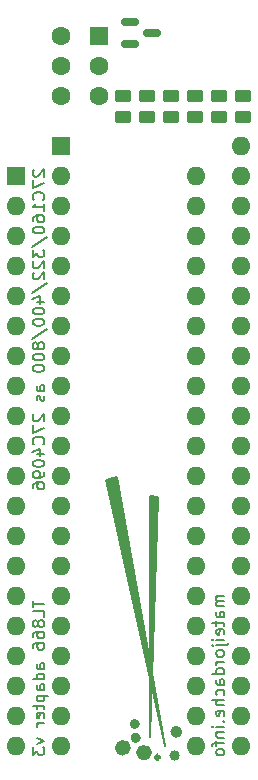
<source format=gbr>
%TF.GenerationSoftware,KiCad,Pcbnew,(6.0.6-1)-1*%
%TF.CreationDate,2022-07-19T12:23:47-04:00*%
%TF.ProjectId,tl866_27c322_adapter,746c3836-365f-4323-9763-3332325f6164,rev?*%
%TF.SameCoordinates,Original*%
%TF.FileFunction,Soldermask,Bot*%
%TF.FilePolarity,Negative*%
%FSLAX46Y46*%
G04 Gerber Fmt 4.6, Leading zero omitted, Abs format (unit mm)*
G04 Created by KiCad (PCBNEW (6.0.6-1)-1) date 2022-07-19 12:23:47*
%MOMM*%
%LPD*%
G01*
G04 APERTURE LIST*
G04 Aperture macros list*
%AMRoundRect*
0 Rectangle with rounded corners*
0 $1 Rounding radius*
0 $2 $3 $4 $5 $6 $7 $8 $9 X,Y pos of 4 corners*
0 Add a 4 corners polygon primitive as box body*
4,1,4,$2,$3,$4,$5,$6,$7,$8,$9,$2,$3,0*
0 Add four circle primitives for the rounded corners*
1,1,$1+$1,$2,$3*
1,1,$1+$1,$4,$5*
1,1,$1+$1,$6,$7*
1,1,$1+$1,$8,$9*
0 Add four rect primitives between the rounded corners*
20,1,$1+$1,$2,$3,$4,$5,0*
20,1,$1+$1,$4,$5,$6,$7,0*
20,1,$1+$1,$6,$7,$8,$9,0*
20,1,$1+$1,$8,$9,$2,$3,0*%
G04 Aperture macros list end*
%ADD10C,0.200000*%
%ADD11C,0.507546*%
%ADD12C,0.349743*%
%ADD13C,0.667969*%
%ADD14C,0.456000*%
%ADD15C,0.678751*%
%ADD16C,0.427868*%
%ADD17C,0.456846*%
%ADD18R,1.600000X1.600000*%
%ADD19C,1.600000*%
%ADD20O,1.600000X1.600000*%
%ADD21RoundRect,0.250000X0.450000X-0.262500X0.450000X0.262500X-0.450000X0.262500X-0.450000X-0.262500X0*%
%ADD22RoundRect,0.250000X-0.450000X0.262500X-0.450000X-0.262500X0.450000X-0.262500X0.450000X0.262500X0*%
%ADD23RoundRect,0.150000X-0.587500X-0.150000X0.587500X-0.150000X0.587500X0.150000X-0.587500X0.150000X0*%
G04 APERTURE END LIST*
D10*
X130103619Y-66157276D02*
X130056000Y-66204895D01*
X130008380Y-66300133D01*
X130008380Y-66538228D01*
X130056000Y-66633466D01*
X130103619Y-66681085D01*
X130198857Y-66728704D01*
X130294095Y-66728704D01*
X130436952Y-66681085D01*
X131008380Y-66109657D01*
X131008380Y-66728704D01*
X130008380Y-67062038D02*
X130008380Y-67728704D01*
X131008380Y-67300133D01*
X130913142Y-68681085D02*
X130960761Y-68633466D01*
X131008380Y-68490609D01*
X131008380Y-68395371D01*
X130960761Y-68252514D01*
X130865523Y-68157276D01*
X130770285Y-68109657D01*
X130579809Y-68062038D01*
X130436952Y-68062038D01*
X130246476Y-68109657D01*
X130151238Y-68157276D01*
X130056000Y-68252514D01*
X130008380Y-68395371D01*
X130008380Y-68490609D01*
X130056000Y-68633466D01*
X130103619Y-68681085D01*
X131008380Y-69633466D02*
X131008380Y-69062038D01*
X131008380Y-69347752D02*
X130008380Y-69347752D01*
X130151238Y-69252514D01*
X130246476Y-69157276D01*
X130294095Y-69062038D01*
X130008380Y-70490609D02*
X130008380Y-70300133D01*
X130056000Y-70204895D01*
X130103619Y-70157276D01*
X130246476Y-70062038D01*
X130436952Y-70014419D01*
X130817904Y-70014419D01*
X130913142Y-70062038D01*
X130960761Y-70109657D01*
X131008380Y-70204895D01*
X131008380Y-70395371D01*
X130960761Y-70490609D01*
X130913142Y-70538228D01*
X130817904Y-70585847D01*
X130579809Y-70585847D01*
X130484571Y-70538228D01*
X130436952Y-70490609D01*
X130389333Y-70395371D01*
X130389333Y-70204895D01*
X130436952Y-70109657D01*
X130484571Y-70062038D01*
X130579809Y-70014419D01*
X130008380Y-71204895D02*
X130008380Y-71300133D01*
X130056000Y-71395371D01*
X130103619Y-71442990D01*
X130198857Y-71490609D01*
X130389333Y-71538228D01*
X130627428Y-71538228D01*
X130817904Y-71490609D01*
X130913142Y-71442990D01*
X130960761Y-71395371D01*
X131008380Y-71300133D01*
X131008380Y-71204895D01*
X130960761Y-71109657D01*
X130913142Y-71062038D01*
X130817904Y-71014419D01*
X130627428Y-70966800D01*
X130389333Y-70966800D01*
X130198857Y-71014419D01*
X130103619Y-71062038D01*
X130056000Y-71109657D01*
X130008380Y-71204895D01*
X129960761Y-72681085D02*
X131246476Y-71823942D01*
X130008380Y-72919180D02*
X130008380Y-73538228D01*
X130389333Y-73204895D01*
X130389333Y-73347752D01*
X130436952Y-73442990D01*
X130484571Y-73490609D01*
X130579809Y-73538228D01*
X130817904Y-73538228D01*
X130913142Y-73490609D01*
X130960761Y-73442990D01*
X131008380Y-73347752D01*
X131008380Y-73062038D01*
X130960761Y-72966800D01*
X130913142Y-72919180D01*
X130103619Y-73919180D02*
X130056000Y-73966800D01*
X130008380Y-74062038D01*
X130008380Y-74300133D01*
X130056000Y-74395371D01*
X130103619Y-74442990D01*
X130198857Y-74490609D01*
X130294095Y-74490609D01*
X130436952Y-74442990D01*
X131008380Y-73871561D01*
X131008380Y-74490609D01*
X130103619Y-74871561D02*
X130056000Y-74919180D01*
X130008380Y-75014419D01*
X130008380Y-75252514D01*
X130056000Y-75347752D01*
X130103619Y-75395371D01*
X130198857Y-75442990D01*
X130294095Y-75442990D01*
X130436952Y-75395371D01*
X131008380Y-74823942D01*
X131008380Y-75442990D01*
X129960761Y-76585847D02*
X131246476Y-75728704D01*
X130341714Y-77347752D02*
X131008380Y-77347752D01*
X129960761Y-77109657D02*
X130675047Y-76871561D01*
X130675047Y-77490609D01*
X130008380Y-78062038D02*
X130008380Y-78157276D01*
X130056000Y-78252514D01*
X130103619Y-78300133D01*
X130198857Y-78347752D01*
X130389333Y-78395371D01*
X130627428Y-78395371D01*
X130817904Y-78347752D01*
X130913142Y-78300133D01*
X130960761Y-78252514D01*
X131008380Y-78157276D01*
X131008380Y-78062038D01*
X130960761Y-77966800D01*
X130913142Y-77919180D01*
X130817904Y-77871561D01*
X130627428Y-77823942D01*
X130389333Y-77823942D01*
X130198857Y-77871561D01*
X130103619Y-77919180D01*
X130056000Y-77966800D01*
X130008380Y-78062038D01*
X130008380Y-79014419D02*
X130008380Y-79109657D01*
X130056000Y-79204895D01*
X130103619Y-79252514D01*
X130198857Y-79300133D01*
X130389333Y-79347752D01*
X130627428Y-79347752D01*
X130817904Y-79300133D01*
X130913142Y-79252514D01*
X130960761Y-79204895D01*
X131008380Y-79109657D01*
X131008380Y-79014419D01*
X130960761Y-78919180D01*
X130913142Y-78871561D01*
X130817904Y-78823942D01*
X130627428Y-78776323D01*
X130389333Y-78776323D01*
X130198857Y-78823942D01*
X130103619Y-78871561D01*
X130056000Y-78919180D01*
X130008380Y-79014419D01*
X129960761Y-80490609D02*
X131246476Y-79633466D01*
X130436952Y-80966800D02*
X130389333Y-80871561D01*
X130341714Y-80823942D01*
X130246476Y-80776323D01*
X130198857Y-80776323D01*
X130103619Y-80823942D01*
X130056000Y-80871561D01*
X130008380Y-80966800D01*
X130008380Y-81157276D01*
X130056000Y-81252514D01*
X130103619Y-81300133D01*
X130198857Y-81347752D01*
X130246476Y-81347752D01*
X130341714Y-81300133D01*
X130389333Y-81252514D01*
X130436952Y-81157276D01*
X130436952Y-80966800D01*
X130484571Y-80871561D01*
X130532190Y-80823942D01*
X130627428Y-80776323D01*
X130817904Y-80776323D01*
X130913142Y-80823942D01*
X130960761Y-80871561D01*
X131008380Y-80966800D01*
X131008380Y-81157276D01*
X130960761Y-81252514D01*
X130913142Y-81300133D01*
X130817904Y-81347752D01*
X130627428Y-81347752D01*
X130532190Y-81300133D01*
X130484571Y-81252514D01*
X130436952Y-81157276D01*
X130008380Y-81966800D02*
X130008380Y-82062038D01*
X130056000Y-82157276D01*
X130103619Y-82204895D01*
X130198857Y-82252514D01*
X130389333Y-82300133D01*
X130627428Y-82300133D01*
X130817904Y-82252514D01*
X130913142Y-82204895D01*
X130960761Y-82157276D01*
X131008380Y-82062038D01*
X131008380Y-81966800D01*
X130960761Y-81871561D01*
X130913142Y-81823942D01*
X130817904Y-81776323D01*
X130627428Y-81728704D01*
X130389333Y-81728704D01*
X130198857Y-81776323D01*
X130103619Y-81823942D01*
X130056000Y-81871561D01*
X130008380Y-81966800D01*
X130008380Y-82919180D02*
X130008380Y-83014419D01*
X130056000Y-83109657D01*
X130103619Y-83157276D01*
X130198857Y-83204895D01*
X130389333Y-83252514D01*
X130627428Y-83252514D01*
X130817904Y-83204895D01*
X130913142Y-83157276D01*
X130960761Y-83109657D01*
X131008380Y-83014419D01*
X131008380Y-82919180D01*
X130960761Y-82823942D01*
X130913142Y-82776323D01*
X130817904Y-82728704D01*
X130627428Y-82681085D01*
X130389333Y-82681085D01*
X130198857Y-82728704D01*
X130103619Y-82776323D01*
X130056000Y-82823942D01*
X130008380Y-82919180D01*
X131008380Y-84871561D02*
X130484571Y-84871561D01*
X130389333Y-84823942D01*
X130341714Y-84728704D01*
X130341714Y-84538228D01*
X130389333Y-84442990D01*
X130960761Y-84871561D02*
X131008380Y-84776323D01*
X131008380Y-84538228D01*
X130960761Y-84442990D01*
X130865523Y-84395371D01*
X130770285Y-84395371D01*
X130675047Y-84442990D01*
X130627428Y-84538228D01*
X130627428Y-84776323D01*
X130579809Y-84871561D01*
X130960761Y-85300133D02*
X131008380Y-85395371D01*
X131008380Y-85585847D01*
X130960761Y-85681085D01*
X130865523Y-85728704D01*
X130817904Y-85728704D01*
X130722666Y-85681085D01*
X130675047Y-85585847D01*
X130675047Y-85442990D01*
X130627428Y-85347752D01*
X130532190Y-85300133D01*
X130484571Y-85300133D01*
X130389333Y-85347752D01*
X130341714Y-85442990D01*
X130341714Y-85585847D01*
X130389333Y-85681085D01*
X130103619Y-86871561D02*
X130056000Y-86919180D01*
X130008380Y-87014419D01*
X130008380Y-87252514D01*
X130056000Y-87347752D01*
X130103619Y-87395371D01*
X130198857Y-87442990D01*
X130294095Y-87442990D01*
X130436952Y-87395371D01*
X131008380Y-86823942D01*
X131008380Y-87442990D01*
X130008380Y-87776323D02*
X130008380Y-88442990D01*
X131008380Y-88014419D01*
X130913142Y-89395371D02*
X130960761Y-89347752D01*
X131008380Y-89204895D01*
X131008380Y-89109657D01*
X130960761Y-88966800D01*
X130865523Y-88871561D01*
X130770285Y-88823942D01*
X130579809Y-88776323D01*
X130436952Y-88776323D01*
X130246476Y-88823942D01*
X130151238Y-88871561D01*
X130056000Y-88966800D01*
X130008380Y-89109657D01*
X130008380Y-89204895D01*
X130056000Y-89347752D01*
X130103619Y-89395371D01*
X130341714Y-90252514D02*
X131008380Y-90252514D01*
X129960761Y-90014419D02*
X130675047Y-89776323D01*
X130675047Y-90395371D01*
X130008380Y-90966800D02*
X130008380Y-91062038D01*
X130056000Y-91157276D01*
X130103619Y-91204895D01*
X130198857Y-91252514D01*
X130389333Y-91300133D01*
X130627428Y-91300133D01*
X130817904Y-91252514D01*
X130913142Y-91204895D01*
X130960761Y-91157276D01*
X131008380Y-91062038D01*
X131008380Y-90966800D01*
X130960761Y-90871561D01*
X130913142Y-90823942D01*
X130817904Y-90776323D01*
X130627428Y-90728704D01*
X130389333Y-90728704D01*
X130198857Y-90776323D01*
X130103619Y-90823942D01*
X130056000Y-90871561D01*
X130008380Y-90966800D01*
X131008380Y-91776323D02*
X131008380Y-91966800D01*
X130960761Y-92062038D01*
X130913142Y-92109657D01*
X130770285Y-92204895D01*
X130579809Y-92252514D01*
X130198857Y-92252514D01*
X130103619Y-92204895D01*
X130056000Y-92157276D01*
X130008380Y-92062038D01*
X130008380Y-91871561D01*
X130056000Y-91776323D01*
X130103619Y-91728704D01*
X130198857Y-91681085D01*
X130436952Y-91681085D01*
X130532190Y-91728704D01*
X130579809Y-91776323D01*
X130627428Y-91871561D01*
X130627428Y-92062038D01*
X130579809Y-92157276D01*
X130532190Y-92204895D01*
X130436952Y-92252514D01*
X130008380Y-93109657D02*
X130008380Y-92919180D01*
X130056000Y-92823942D01*
X130103619Y-92776323D01*
X130246476Y-92681085D01*
X130436952Y-92633466D01*
X130817904Y-92633466D01*
X130913142Y-92681085D01*
X130960761Y-92728704D01*
X131008380Y-92823942D01*
X131008380Y-93014419D01*
X130960761Y-93109657D01*
X130913142Y-93157276D01*
X130817904Y-93204895D01*
X130579809Y-93204895D01*
X130484571Y-93157276D01*
X130436952Y-93109657D01*
X130389333Y-93014419D01*
X130389333Y-92823942D01*
X130436952Y-92728704D01*
X130484571Y-92681085D01*
X130579809Y-92633466D01*
X130008380Y-102633466D02*
X130008380Y-103204895D01*
X131008380Y-102919180D02*
X130008380Y-102919180D01*
X131008380Y-104014419D02*
X131008380Y-103538228D01*
X130008380Y-103538228D01*
X130436952Y-104490609D02*
X130389333Y-104395371D01*
X130341714Y-104347752D01*
X130246476Y-104300133D01*
X130198857Y-104300133D01*
X130103619Y-104347752D01*
X130056000Y-104395371D01*
X130008380Y-104490609D01*
X130008380Y-104681085D01*
X130056000Y-104776323D01*
X130103619Y-104823942D01*
X130198857Y-104871561D01*
X130246476Y-104871561D01*
X130341714Y-104823942D01*
X130389333Y-104776323D01*
X130436952Y-104681085D01*
X130436952Y-104490609D01*
X130484571Y-104395371D01*
X130532190Y-104347752D01*
X130627428Y-104300133D01*
X130817904Y-104300133D01*
X130913142Y-104347752D01*
X130960761Y-104395371D01*
X131008380Y-104490609D01*
X131008380Y-104681085D01*
X130960761Y-104776323D01*
X130913142Y-104823942D01*
X130817904Y-104871561D01*
X130627428Y-104871561D01*
X130532190Y-104823942D01*
X130484571Y-104776323D01*
X130436952Y-104681085D01*
X130008380Y-105728704D02*
X130008380Y-105538228D01*
X130056000Y-105442990D01*
X130103619Y-105395371D01*
X130246476Y-105300133D01*
X130436952Y-105252514D01*
X130817904Y-105252514D01*
X130913142Y-105300133D01*
X130960761Y-105347752D01*
X131008380Y-105442990D01*
X131008380Y-105633466D01*
X130960761Y-105728704D01*
X130913142Y-105776323D01*
X130817904Y-105823942D01*
X130579809Y-105823942D01*
X130484571Y-105776323D01*
X130436952Y-105728704D01*
X130389333Y-105633466D01*
X130389333Y-105442990D01*
X130436952Y-105347752D01*
X130484571Y-105300133D01*
X130579809Y-105252514D01*
X130008380Y-106681085D02*
X130008380Y-106490609D01*
X130056000Y-106395371D01*
X130103619Y-106347752D01*
X130246476Y-106252514D01*
X130436952Y-106204895D01*
X130817904Y-106204895D01*
X130913142Y-106252514D01*
X130960761Y-106300133D01*
X131008380Y-106395371D01*
X131008380Y-106585847D01*
X130960761Y-106681085D01*
X130913142Y-106728704D01*
X130817904Y-106776323D01*
X130579809Y-106776323D01*
X130484571Y-106728704D01*
X130436952Y-106681085D01*
X130389333Y-106585847D01*
X130389333Y-106395371D01*
X130436952Y-106300133D01*
X130484571Y-106252514D01*
X130579809Y-106204895D01*
X131008380Y-108395371D02*
X130484571Y-108395371D01*
X130389333Y-108347752D01*
X130341714Y-108252514D01*
X130341714Y-108062038D01*
X130389333Y-107966800D01*
X130960761Y-108395371D02*
X131008380Y-108300133D01*
X131008380Y-108062038D01*
X130960761Y-107966800D01*
X130865523Y-107919180D01*
X130770285Y-107919180D01*
X130675047Y-107966800D01*
X130627428Y-108062038D01*
X130627428Y-108300133D01*
X130579809Y-108395371D01*
X131008380Y-109300133D02*
X130008380Y-109300133D01*
X130960761Y-109300133D02*
X131008380Y-109204895D01*
X131008380Y-109014419D01*
X130960761Y-108919180D01*
X130913142Y-108871561D01*
X130817904Y-108823942D01*
X130532190Y-108823942D01*
X130436952Y-108871561D01*
X130389333Y-108919180D01*
X130341714Y-109014419D01*
X130341714Y-109204895D01*
X130389333Y-109300133D01*
X131008380Y-110204895D02*
X130484571Y-110204895D01*
X130389333Y-110157276D01*
X130341714Y-110062038D01*
X130341714Y-109871561D01*
X130389333Y-109776323D01*
X130960761Y-110204895D02*
X131008380Y-110109657D01*
X131008380Y-109871561D01*
X130960761Y-109776323D01*
X130865523Y-109728704D01*
X130770285Y-109728704D01*
X130675047Y-109776323D01*
X130627428Y-109871561D01*
X130627428Y-110109657D01*
X130579809Y-110204895D01*
X130341714Y-110681085D02*
X131341714Y-110681085D01*
X130389333Y-110681085D02*
X130341714Y-110776323D01*
X130341714Y-110966800D01*
X130389333Y-111062038D01*
X130436952Y-111109657D01*
X130532190Y-111157276D01*
X130817904Y-111157276D01*
X130913142Y-111109657D01*
X130960761Y-111062038D01*
X131008380Y-110966800D01*
X131008380Y-110776323D01*
X130960761Y-110681085D01*
X130341714Y-111442990D02*
X130341714Y-111823942D01*
X130008380Y-111585847D02*
X130865523Y-111585847D01*
X130960761Y-111633466D01*
X131008380Y-111728704D01*
X131008380Y-111823942D01*
X130960761Y-112538228D02*
X131008380Y-112442990D01*
X131008380Y-112252514D01*
X130960761Y-112157276D01*
X130865523Y-112109657D01*
X130484571Y-112109657D01*
X130389333Y-112157276D01*
X130341714Y-112252514D01*
X130341714Y-112442990D01*
X130389333Y-112538228D01*
X130484571Y-112585847D01*
X130579809Y-112585847D01*
X130675047Y-112109657D01*
X131008380Y-113014419D02*
X130341714Y-113014419D01*
X130532190Y-113014419D02*
X130436952Y-113062038D01*
X130389333Y-113109657D01*
X130341714Y-113204895D01*
X130341714Y-113300133D01*
X130341714Y-114300133D02*
X131008380Y-114538228D01*
X130341714Y-114776323D01*
X130008380Y-115062038D02*
X130008380Y-115681085D01*
X130389333Y-115347752D01*
X130389333Y-115490609D01*
X130436952Y-115585847D01*
X130484571Y-115633466D01*
X130579809Y-115681085D01*
X130817904Y-115681085D01*
X130913142Y-115633466D01*
X130960761Y-115585847D01*
X131008380Y-115490609D01*
X131008380Y-115204895D01*
X130960761Y-115109657D01*
X130913142Y-115062038D01*
D11*
X142425125Y-113741200D02*
G75*
G03*
X142425125Y-113741200I-253773J0D01*
G01*
D12*
X140763871Y-115900200D02*
G75*
G03*
X140763871Y-115900200I-174871J0D01*
G01*
D13*
X137984136Y-115087400D02*
G75*
G03*
X137984136Y-115087400I-333984J0D01*
G01*
D10*
G36*
X141210813Y-114944512D02*
G01*
X136207013Y-92414712D01*
X137146813Y-92135312D01*
X141210813Y-114944512D01*
G37*
X141210813Y-114944512D02*
X136207013Y-92414712D01*
X137146813Y-92135312D01*
X141210813Y-114944512D01*
D14*
X138962800Y-114249200D02*
G75*
G03*
X138962800Y-114249200I-228000J0D01*
G01*
D10*
G36*
X140638317Y-93885426D02*
G01*
X139957956Y-114141507D01*
X139952517Y-93783826D01*
X140638317Y-93885426D01*
G37*
X140638317Y-93885426D02*
X139957956Y-114141507D01*
X139952517Y-93783826D01*
X140638317Y-93885426D01*
D15*
X139785375Y-115493800D02*
G75*
G03*
X139785375Y-115493800I-339375J0D01*
G01*
D16*
X138872534Y-113080800D02*
G75*
G03*
X138872534Y-113080800I-213934J0D01*
G01*
D17*
X142265223Y-115747800D02*
G75*
G03*
X142265223Y-115747800I-228423J0D01*
G01*
D10*
X146222980Y-102272895D02*
X145556314Y-102272895D01*
X145651552Y-102272895D02*
X145603933Y-102320514D01*
X145556314Y-102415752D01*
X145556314Y-102558609D01*
X145603933Y-102653847D01*
X145699171Y-102701466D01*
X146222980Y-102701466D01*
X145699171Y-102701466D02*
X145603933Y-102749085D01*
X145556314Y-102844323D01*
X145556314Y-102987180D01*
X145603933Y-103082419D01*
X145699171Y-103130038D01*
X146222980Y-103130038D01*
X146222980Y-104034800D02*
X145699171Y-104034800D01*
X145603933Y-103987180D01*
X145556314Y-103891942D01*
X145556314Y-103701466D01*
X145603933Y-103606228D01*
X146175361Y-104034800D02*
X146222980Y-103939561D01*
X146222980Y-103701466D01*
X146175361Y-103606228D01*
X146080123Y-103558609D01*
X145984885Y-103558609D01*
X145889647Y-103606228D01*
X145842028Y-103701466D01*
X145842028Y-103939561D01*
X145794409Y-104034800D01*
X145556314Y-104368133D02*
X145556314Y-104749085D01*
X145222980Y-104510990D02*
X146080123Y-104510990D01*
X146175361Y-104558609D01*
X146222980Y-104653847D01*
X146222980Y-104749085D01*
X146175361Y-105463371D02*
X146222980Y-105368133D01*
X146222980Y-105177657D01*
X146175361Y-105082419D01*
X146080123Y-105034800D01*
X145699171Y-105034800D01*
X145603933Y-105082419D01*
X145556314Y-105177657D01*
X145556314Y-105368133D01*
X145603933Y-105463371D01*
X145699171Y-105510990D01*
X145794409Y-105510990D01*
X145889647Y-105034800D01*
X146222980Y-105939561D02*
X145556314Y-105939561D01*
X145222980Y-105939561D02*
X145270600Y-105891942D01*
X145318219Y-105939561D01*
X145270600Y-105987180D01*
X145222980Y-105939561D01*
X145318219Y-105939561D01*
X145556314Y-106415752D02*
X146413457Y-106415752D01*
X146508695Y-106368133D01*
X146556314Y-106272895D01*
X146556314Y-106225276D01*
X145222980Y-106415752D02*
X145270600Y-106368133D01*
X145318219Y-106415752D01*
X145270600Y-106463371D01*
X145222980Y-106415752D01*
X145318219Y-106415752D01*
X146222980Y-107034800D02*
X146175361Y-106939561D01*
X146127742Y-106891942D01*
X146032504Y-106844323D01*
X145746790Y-106844323D01*
X145651552Y-106891942D01*
X145603933Y-106939561D01*
X145556314Y-107034800D01*
X145556314Y-107177657D01*
X145603933Y-107272895D01*
X145651552Y-107320514D01*
X145746790Y-107368133D01*
X146032504Y-107368133D01*
X146127742Y-107320514D01*
X146175361Y-107272895D01*
X146222980Y-107177657D01*
X146222980Y-107034800D01*
X146222980Y-107796704D02*
X145556314Y-107796704D01*
X145746790Y-107796704D02*
X145651552Y-107844323D01*
X145603933Y-107891942D01*
X145556314Y-107987180D01*
X145556314Y-108082419D01*
X146222980Y-108844323D02*
X145222980Y-108844323D01*
X146175361Y-108844323D02*
X146222980Y-108749085D01*
X146222980Y-108558609D01*
X146175361Y-108463371D01*
X146127742Y-108415752D01*
X146032504Y-108368133D01*
X145746790Y-108368133D01*
X145651552Y-108415752D01*
X145603933Y-108463371D01*
X145556314Y-108558609D01*
X145556314Y-108749085D01*
X145603933Y-108844323D01*
X146222980Y-109749085D02*
X145699171Y-109749085D01*
X145603933Y-109701466D01*
X145556314Y-109606228D01*
X145556314Y-109415752D01*
X145603933Y-109320514D01*
X146175361Y-109749085D02*
X146222980Y-109653847D01*
X146222980Y-109415752D01*
X146175361Y-109320514D01*
X146080123Y-109272895D01*
X145984885Y-109272895D01*
X145889647Y-109320514D01*
X145842028Y-109415752D01*
X145842028Y-109653847D01*
X145794409Y-109749085D01*
X146175361Y-110653847D02*
X146222980Y-110558609D01*
X146222980Y-110368133D01*
X146175361Y-110272895D01*
X146127742Y-110225276D01*
X146032504Y-110177657D01*
X145746790Y-110177657D01*
X145651552Y-110225276D01*
X145603933Y-110272895D01*
X145556314Y-110368133D01*
X145556314Y-110558609D01*
X145603933Y-110653847D01*
X146222980Y-111082419D02*
X145222980Y-111082419D01*
X146222980Y-111510990D02*
X145699171Y-111510990D01*
X145603933Y-111463371D01*
X145556314Y-111368133D01*
X145556314Y-111225276D01*
X145603933Y-111130038D01*
X145651552Y-111082419D01*
X146175361Y-112368133D02*
X146222980Y-112272895D01*
X146222980Y-112082419D01*
X146175361Y-111987180D01*
X146080123Y-111939561D01*
X145699171Y-111939561D01*
X145603933Y-111987180D01*
X145556314Y-112082419D01*
X145556314Y-112272895D01*
X145603933Y-112368133D01*
X145699171Y-112415752D01*
X145794409Y-112415752D01*
X145889647Y-111939561D01*
X146127742Y-112844323D02*
X146175361Y-112891942D01*
X146222980Y-112844323D01*
X146175361Y-112796704D01*
X146127742Y-112844323D01*
X146222980Y-112844323D01*
X146222980Y-113320514D02*
X145556314Y-113320514D01*
X145222980Y-113320514D02*
X145270600Y-113272895D01*
X145318219Y-113320514D01*
X145270600Y-113368133D01*
X145222980Y-113320514D01*
X145318219Y-113320514D01*
X145556314Y-113796704D02*
X146222980Y-113796704D01*
X145651552Y-113796704D02*
X145603933Y-113844323D01*
X145556314Y-113939561D01*
X145556314Y-114082419D01*
X145603933Y-114177657D01*
X145699171Y-114225276D01*
X146222980Y-114225276D01*
X145556314Y-114558609D02*
X145556314Y-114939561D01*
X146222980Y-114701466D02*
X145365838Y-114701466D01*
X145270600Y-114749085D01*
X145222980Y-114844323D01*
X145222980Y-114939561D01*
X146222980Y-115415752D02*
X146175361Y-115320514D01*
X146127742Y-115272895D01*
X146032504Y-115225276D01*
X145746790Y-115225276D01*
X145651552Y-115272895D01*
X145603933Y-115320514D01*
X145556314Y-115415752D01*
X145556314Y-115558609D01*
X145603933Y-115653847D01*
X145651552Y-115701466D01*
X145746790Y-115749085D01*
X146032504Y-115749085D01*
X146127742Y-115701466D01*
X146175361Y-115653847D01*
X146222980Y-115558609D01*
X146222980Y-115415752D01*
D18*
%TO.C,SW2*%
X135610400Y-54869500D03*
D19*
X135610400Y-57369500D03*
X135610400Y-59869500D03*
X132410400Y-54869500D03*
X132410400Y-57369500D03*
X132410400Y-59869500D03*
%TD*%
D18*
%TO.C,J1*%
X132435600Y-64185800D03*
D20*
X132435600Y-66725800D03*
X132435600Y-69265800D03*
X132435600Y-71805800D03*
X132435600Y-74345800D03*
X132435600Y-76885800D03*
X132435600Y-79425800D03*
X132435600Y-81965800D03*
X132435600Y-84505800D03*
X132435600Y-87045800D03*
X132435600Y-89585800D03*
X132435600Y-92125800D03*
X132435600Y-94665800D03*
X132435600Y-97205800D03*
X132435600Y-99745800D03*
X132435600Y-102285800D03*
X132435600Y-104825800D03*
X132435600Y-107365800D03*
X132435600Y-109905800D03*
X132435600Y-112445800D03*
X132435600Y-114985800D03*
X147675600Y-114985800D03*
X147675600Y-112445800D03*
X147675600Y-109905800D03*
X147675600Y-107365800D03*
X147675600Y-104825800D03*
X147675600Y-102285800D03*
X147675600Y-99745800D03*
X147675600Y-97205800D03*
X147675600Y-94665800D03*
X147675600Y-92125800D03*
X147675600Y-89585800D03*
X147675600Y-87045800D03*
X147675600Y-84505800D03*
X147675600Y-81965800D03*
X147675600Y-79425800D03*
X147675600Y-76885800D03*
X147675600Y-74345800D03*
X147675600Y-71805800D03*
X147675600Y-69265800D03*
X147675600Y-66725800D03*
X147675600Y-64185800D03*
%TD*%
D18*
%TO.C,J2*%
X128569800Y-66705400D03*
D20*
X128569800Y-69245400D03*
X128569800Y-71785400D03*
X128569800Y-74325400D03*
X128569800Y-76865400D03*
X128569800Y-79405400D03*
X128569800Y-81945400D03*
X128569800Y-84485400D03*
X128569800Y-87025400D03*
X128569800Y-89565400D03*
X128569800Y-92105400D03*
X128569800Y-94645400D03*
X128569800Y-97185400D03*
X128569800Y-99725400D03*
X128569800Y-102265400D03*
X128569800Y-104805400D03*
X128569800Y-107345400D03*
X128569800Y-109885400D03*
X128569800Y-112425400D03*
X128569800Y-114965400D03*
X143809800Y-114965400D03*
X143809800Y-112425400D03*
X143809800Y-109885400D03*
X143809800Y-107345400D03*
X143809800Y-104805400D03*
X143809800Y-102265400D03*
X143809800Y-99725400D03*
X143809800Y-97185400D03*
X143809800Y-94645400D03*
X143809800Y-92105400D03*
X143809800Y-89565400D03*
X143809800Y-87025400D03*
X143809800Y-84485400D03*
X143809800Y-81945400D03*
X143809800Y-79405400D03*
X143809800Y-76865400D03*
X143809800Y-74325400D03*
X143809800Y-71785400D03*
X143809800Y-69245400D03*
X143809800Y-66705400D03*
%TD*%
D21*
%TO.C,R4*%
X145821400Y-61694700D03*
X145821400Y-59869700D03*
%TD*%
%TO.C,R5*%
X147853400Y-61694700D03*
X147853400Y-59869700D03*
%TD*%
D22*
%TO.C,R1*%
X139725400Y-59869700D03*
X139725400Y-61694700D03*
%TD*%
D21*
%TO.C,R2*%
X141757400Y-61694700D03*
X141757400Y-59869700D03*
%TD*%
%TO.C,R3*%
X143789400Y-61694700D03*
X143789400Y-59869700D03*
%TD*%
D23*
%TO.C,Q1*%
X138279900Y-55534600D03*
X138279900Y-53634600D03*
X140154900Y-54584600D03*
%TD*%
D22*
%TO.C,C1*%
X137668000Y-59869700D03*
X137668000Y-61694700D03*
%TD*%
M02*

</source>
